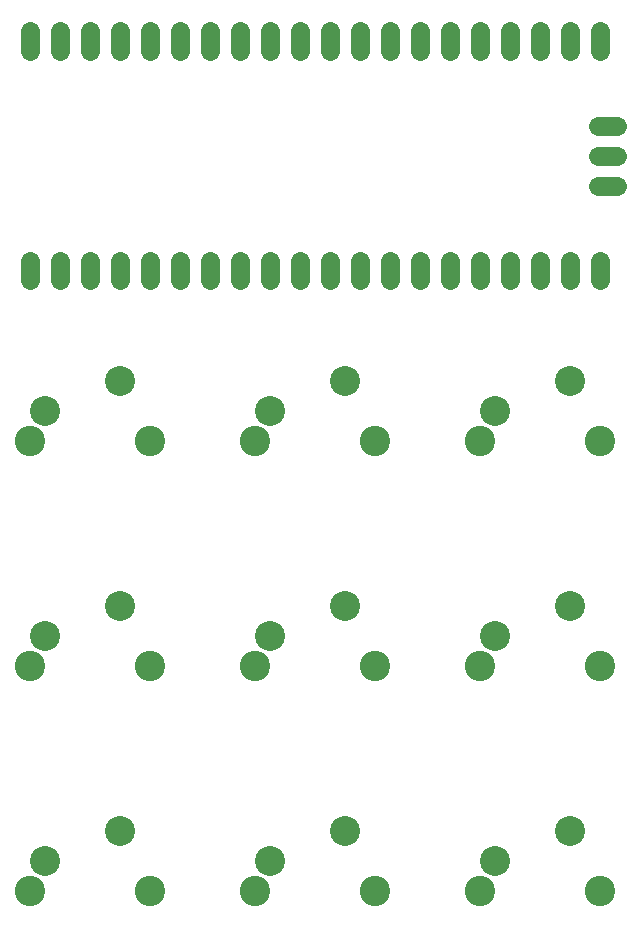
<source format=gbr>
G04 EAGLE Gerber RS-274X export*
G75*
%MOMM*%
%FSLAX34Y34*%
%LPD*%
%INBottom Copper*%
%IPPOS*%
%AMOC8*
5,1,8,0,0,1.08239X$1,22.5*%
G01*
%ADD10C,2.540000*%
%ADD11C,2.571600*%
%ADD12C,1.650000*%


D10*
X107200Y559144D03*
X170700Y584544D03*
D11*
X94500Y533744D03*
X196100Y533744D03*
D10*
X107200Y368644D03*
X170700Y394044D03*
D11*
X94500Y343244D03*
X196100Y343244D03*
D10*
X107200Y178144D03*
X170700Y203544D03*
D11*
X94500Y152744D03*
X196100Y152744D03*
D10*
X297700Y178144D03*
X361200Y203544D03*
D11*
X285000Y152744D03*
X386600Y152744D03*
D10*
X297700Y368644D03*
X361200Y394044D03*
D11*
X285000Y343244D03*
X386600Y343244D03*
D10*
X297700Y559144D03*
X361200Y584544D03*
D11*
X285000Y533744D03*
X386600Y533744D03*
D10*
X488200Y178144D03*
X551700Y203544D03*
D11*
X475500Y152744D03*
X577100Y152744D03*
D10*
X488200Y368644D03*
X551700Y394044D03*
D11*
X475500Y343244D03*
X577100Y343244D03*
D10*
X488200Y559144D03*
X551700Y584544D03*
D11*
X475500Y533744D03*
X577100Y533744D03*
D12*
X94500Y669644D02*
X94500Y686144D01*
X119900Y686144D02*
X119900Y669644D01*
X145300Y669644D02*
X145300Y686144D01*
X170700Y686144D02*
X170700Y669644D01*
X196100Y669644D02*
X196100Y686144D01*
X221500Y686144D02*
X221500Y669644D01*
X246900Y669644D02*
X246900Y686144D01*
X272300Y686144D02*
X272300Y669644D01*
X297700Y669644D02*
X297700Y686144D01*
X323100Y686144D02*
X323100Y669644D01*
X348500Y669644D02*
X348500Y686144D01*
X373900Y686144D02*
X373900Y669644D01*
X399300Y669644D02*
X399300Y686144D01*
X424700Y686144D02*
X424700Y669644D01*
X450100Y669644D02*
X450100Y686144D01*
X475500Y686144D02*
X475500Y669644D01*
X500900Y669644D02*
X500900Y686144D01*
X526300Y686144D02*
X526300Y669644D01*
X551700Y669644D02*
X551700Y686144D01*
X577100Y686144D02*
X577100Y669644D01*
X577100Y863944D02*
X577100Y880444D01*
X551700Y880444D02*
X551700Y863944D01*
X526300Y863944D02*
X526300Y880444D01*
X500900Y880444D02*
X500900Y863944D01*
X475500Y863944D02*
X475500Y880444D01*
X450100Y880444D02*
X450100Y863944D01*
X424700Y863944D02*
X424700Y880444D01*
X399300Y880444D02*
X399300Y863944D01*
X373900Y863944D02*
X373900Y880444D01*
X348500Y880444D02*
X348500Y863944D01*
X323100Y863944D02*
X323100Y880444D01*
X297700Y880444D02*
X297700Y863944D01*
X272300Y863944D02*
X272300Y880444D01*
X246900Y880444D02*
X246900Y863944D01*
X221500Y863944D02*
X221500Y880444D01*
X196100Y880444D02*
X196100Y863944D01*
X170700Y863944D02*
X170700Y880444D01*
X145300Y880444D02*
X145300Y863944D01*
X119900Y863944D02*
X119900Y880444D01*
X94500Y880444D02*
X94500Y863944D01*
X574800Y749644D02*
X591300Y749644D01*
X591300Y775044D02*
X574800Y775044D01*
X574800Y800444D02*
X591300Y800444D01*
M02*

</source>
